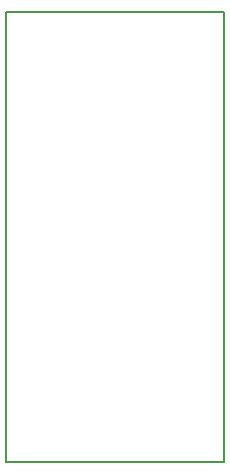
<source format=gko>
G04 DipTrace 3.0.0.2*
G04 82S100replacement.GKO*
%MOMM*%
G04 #@! TF.FileFunction,Profile*
G04 #@! TF.Part,Single*
%ADD11C,0.14*%
%FSLAX35Y35*%
G04*
G71*
G90*
G75*
G01*
G04 BoardOutline*
%LPD*%
X1000800Y4810800D2*
D11*
X2842300D1*
Y1000800D1*
X1000800D1*
Y4810800D1*
M02*

</source>
